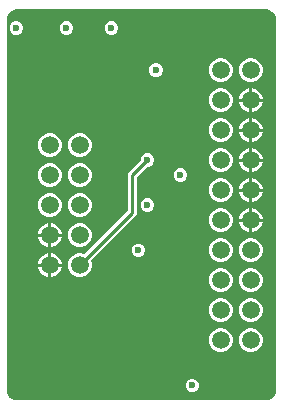
<source format=gbl>
G04*
G04 #@! TF.GenerationSoftware,Altium Limited,Altium Designer,23.0.1 (38)*
G04*
G04 Layer_Physical_Order=2*
G04 Layer_Color=16711680*
%FSLAX43Y43*%
%MOMM*%
G71*
G04*
G04 #@! TF.SameCoordinates,389A4634-ECA2-436D-B02D-3AC99B3800AC*
G04*
G04*
G04 #@! TF.FilePolarity,Positive*
G04*
G01*
G75*
%ADD11C,0.254*%
%ADD17C,1.500*%
%ADD18C,0.600*%
G36*
X48003Y58826D02*
X48160Y58761D01*
X48302Y58667D01*
X48422Y58547D01*
X48516Y58406D01*
X48581Y58249D01*
X48614Y58082D01*
Y57997D01*
Y26628D01*
Y26543D01*
X48581Y26376D01*
X48516Y26219D01*
X48422Y26078D01*
X48302Y25958D01*
X48160Y25864D01*
X48003Y25799D01*
X47837Y25765D01*
X26585D01*
X26419Y25799D01*
X26262Y25864D01*
X26120Y25958D01*
X26000Y26078D01*
X25906Y26219D01*
X25841Y26376D01*
X25808Y26543D01*
Y26628D01*
Y57997D01*
Y58082D01*
X25841Y58249D01*
X25906Y58406D01*
X26000Y58547D01*
X26120Y58667D01*
X26262Y58761D01*
X26418Y58826D01*
X26585Y58860D01*
X47837D01*
X48003Y58826D01*
D02*
G37*
%LPC*%
G36*
X34781Y57831D02*
X34561D01*
X34357Y57747D01*
X34201Y57591D01*
X34117Y57387D01*
Y57167D01*
X34201Y56963D01*
X34357Y56807D01*
X34561Y56723D01*
X34781D01*
X34985Y56807D01*
X35141Y56963D01*
X35225Y57167D01*
Y57387D01*
X35141Y57591D01*
X34985Y57747D01*
X34781Y57831D01*
D02*
G37*
G36*
X30971D02*
X30751D01*
X30547Y57747D01*
X30391Y57591D01*
X30307Y57387D01*
Y57167D01*
X30391Y56963D01*
X30547Y56807D01*
X30751Y56723D01*
X30971D01*
X31175Y56807D01*
X31331Y56963D01*
X31415Y57167D01*
Y57387D01*
X31331Y57591D01*
X31175Y57747D01*
X30971Y57831D01*
D02*
G37*
G36*
X26717D02*
X26496D01*
X26293Y57747D01*
X26137Y57591D01*
X26052Y57387D01*
Y57167D01*
X26137Y56963D01*
X26293Y56807D01*
X26496Y56723D01*
X26717D01*
X26920Y56807D01*
X27076Y56963D01*
X27160Y57167D01*
Y57387D01*
X27076Y57591D01*
X26920Y57747D01*
X26717Y57831D01*
D02*
G37*
G36*
X38552Y54275D02*
X38332D01*
X38128Y54191D01*
X37972Y54035D01*
X37888Y53832D01*
Y53611D01*
X37972Y53408D01*
X38128Y53252D01*
X38332Y53167D01*
X38552D01*
X38756Y53252D01*
X38912Y53408D01*
X38996Y53611D01*
Y53832D01*
X38912Y54035D01*
X38756Y54191D01*
X38552Y54275D01*
D02*
G37*
G36*
X46614Y54725D02*
X46350D01*
X46094Y54657D01*
X45865Y54525D01*
X45679Y54338D01*
X45546Y54109D01*
X45478Y53854D01*
Y53589D01*
X45546Y53334D01*
X45679Y53105D01*
X45865Y52918D01*
X46094Y52786D01*
X46350Y52717D01*
X46614D01*
X46869Y52786D01*
X47098Y52918D01*
X47285Y53105D01*
X47418Y53334D01*
X47486Y53589D01*
Y53854D01*
X47418Y54109D01*
X47285Y54338D01*
X47098Y54525D01*
X46869Y54657D01*
X46614Y54725D01*
D02*
G37*
G36*
X44074D02*
X43810D01*
X43554Y54657D01*
X43325Y54525D01*
X43139Y54338D01*
X43006Y54109D01*
X42938Y53854D01*
Y53589D01*
X43006Y53334D01*
X43139Y53105D01*
X43325Y52918D01*
X43554Y52786D01*
X43810Y52717D01*
X44074D01*
X44329Y52786D01*
X44558Y52918D01*
X44745Y53105D01*
X44878Y53334D01*
X44946Y53589D01*
Y53854D01*
X44878Y54109D01*
X44745Y54338D01*
X44558Y54525D01*
X44329Y54657D01*
X44074Y54725D01*
D02*
G37*
G36*
X46614Y52185D02*
X46609D01*
Y51308D01*
X47486D01*
Y51314D01*
X47418Y51569D01*
X47285Y51798D01*
X47098Y51985D01*
X46869Y52117D01*
X46614Y52185D01*
D02*
G37*
G36*
X46355D02*
X46350D01*
X46094Y52117D01*
X45865Y51985D01*
X45679Y51798D01*
X45546Y51569D01*
X45478Y51314D01*
Y51308D01*
X46355D01*
Y52185D01*
D02*
G37*
G36*
X47486Y51054D02*
X46609D01*
Y50177D01*
X46614D01*
X46869Y50246D01*
X47098Y50378D01*
X47285Y50565D01*
X47418Y50794D01*
X47486Y51049D01*
Y51054D01*
D02*
G37*
G36*
X46355D02*
X45478D01*
Y51049D01*
X45546Y50794D01*
X45679Y50565D01*
X45865Y50378D01*
X46094Y50246D01*
X46350Y50177D01*
X46355D01*
Y51054D01*
D02*
G37*
G36*
X44074Y52185D02*
X43810D01*
X43554Y52117D01*
X43325Y51985D01*
X43139Y51798D01*
X43006Y51569D01*
X42938Y51314D01*
Y51049D01*
X43006Y50794D01*
X43139Y50565D01*
X43325Y50378D01*
X43554Y50246D01*
X43810Y50177D01*
X44074D01*
X44329Y50246D01*
X44558Y50378D01*
X44745Y50565D01*
X44878Y50794D01*
X44946Y51049D01*
Y51314D01*
X44878Y51569D01*
X44745Y51798D01*
X44558Y51985D01*
X44329Y52117D01*
X44074Y52185D01*
D02*
G37*
G36*
X46614Y49645D02*
X46609D01*
Y48768D01*
X47486D01*
Y48774D01*
X47418Y49029D01*
X47285Y49258D01*
X47098Y49445D01*
X46869Y49577D01*
X46614Y49645D01*
D02*
G37*
G36*
X46355D02*
X46350D01*
X46094Y49577D01*
X45865Y49445D01*
X45679Y49258D01*
X45546Y49029D01*
X45478Y48774D01*
Y48768D01*
X46355D01*
Y49645D01*
D02*
G37*
G36*
X47486Y48514D02*
X46609D01*
Y47637D01*
X46614D01*
X46869Y47706D01*
X47098Y47838D01*
X47285Y48025D01*
X47418Y48254D01*
X47486Y48509D01*
Y48514D01*
D02*
G37*
G36*
X46355D02*
X45478D01*
Y48509D01*
X45546Y48254D01*
X45679Y48025D01*
X45865Y47838D01*
X46094Y47706D01*
X46350Y47637D01*
X46355D01*
Y48514D01*
D02*
G37*
G36*
X44074Y49645D02*
X43810D01*
X43554Y49577D01*
X43325Y49445D01*
X43139Y49258D01*
X43006Y49029D01*
X42938Y48774D01*
Y48509D01*
X43006Y48254D01*
X43139Y48025D01*
X43325Y47838D01*
X43554Y47706D01*
X43810Y47637D01*
X44074D01*
X44329Y47706D01*
X44558Y47838D01*
X44745Y48025D01*
X44878Y48254D01*
X44946Y48509D01*
Y48774D01*
X44878Y49029D01*
X44745Y49258D01*
X44558Y49445D01*
X44329Y49577D01*
X44074Y49645D01*
D02*
G37*
G36*
X32136Y48375D02*
X31872D01*
X31616Y48307D01*
X31388Y48174D01*
X31201Y47987D01*
X31068Y47759D01*
X31000Y47503D01*
Y47239D01*
X31068Y46983D01*
X31201Y46755D01*
X31388Y46568D01*
X31616Y46435D01*
X31872Y46367D01*
X32136D01*
X32392Y46435D01*
X32620Y46568D01*
X32807Y46755D01*
X32940Y46983D01*
X33008Y47239D01*
Y47503D01*
X32940Y47759D01*
X32807Y47987D01*
X32620Y48174D01*
X32392Y48307D01*
X32136Y48375D01*
D02*
G37*
G36*
X29596D02*
X29332D01*
X29076Y48307D01*
X28848Y48174D01*
X28661Y47987D01*
X28528Y47759D01*
X28460Y47503D01*
Y47239D01*
X28528Y46983D01*
X28661Y46755D01*
X28848Y46568D01*
X29076Y46435D01*
X29332Y46367D01*
X29596D01*
X29852Y46435D01*
X30080Y46568D01*
X30267Y46755D01*
X30400Y46983D01*
X30468Y47239D01*
Y47503D01*
X30400Y47759D01*
X30267Y47987D01*
X30080Y48174D01*
X29852Y48307D01*
X29596Y48375D01*
D02*
G37*
G36*
X46614Y47105D02*
X46609D01*
Y46228D01*
X47486D01*
Y46234D01*
X47418Y46489D01*
X47285Y46718D01*
X47098Y46905D01*
X46869Y47037D01*
X46614Y47105D01*
D02*
G37*
G36*
X46355D02*
X46350D01*
X46094Y47037D01*
X45865Y46905D01*
X45679Y46718D01*
X45546Y46489D01*
X45478Y46234D01*
Y46228D01*
X46355D01*
Y47105D01*
D02*
G37*
G36*
X47486Y45974D02*
X46609D01*
Y45097D01*
X46614D01*
X46869Y45166D01*
X47098Y45298D01*
X47285Y45485D01*
X47418Y45714D01*
X47486Y45969D01*
Y45974D01*
D02*
G37*
G36*
X46355D02*
X45478D01*
Y45969D01*
X45546Y45714D01*
X45679Y45485D01*
X45865Y45298D01*
X46094Y45166D01*
X46350Y45097D01*
X46355D01*
Y45974D01*
D02*
G37*
G36*
X44074Y47105D02*
X43810D01*
X43554Y47037D01*
X43325Y46905D01*
X43139Y46718D01*
X43006Y46489D01*
X42938Y46234D01*
Y45969D01*
X43006Y45714D01*
X43139Y45485D01*
X43325Y45298D01*
X43554Y45166D01*
X43810Y45097D01*
X44074D01*
X44329Y45166D01*
X44558Y45298D01*
X44745Y45485D01*
X44878Y45714D01*
X44946Y45969D01*
Y46234D01*
X44878Y46489D01*
X44745Y46718D01*
X44558Y46905D01*
X44329Y47037D01*
X44074Y47105D01*
D02*
G37*
G36*
X40617Y45385D02*
X40396D01*
X40193Y45301D01*
X40037Y45145D01*
X39952Y44941D01*
Y44721D01*
X40037Y44517D01*
X40193Y44361D01*
X40396Y44277D01*
X40617D01*
X40820Y44361D01*
X40976Y44517D01*
X41060Y44721D01*
Y44941D01*
X40976Y45145D01*
X40820Y45301D01*
X40617Y45385D01*
D02*
G37*
G36*
X32136Y45835D02*
X31872D01*
X31616Y45767D01*
X31388Y45634D01*
X31201Y45447D01*
X31068Y45219D01*
X31000Y44963D01*
Y44699D01*
X31068Y44443D01*
X31201Y44215D01*
X31388Y44028D01*
X31616Y43895D01*
X31872Y43827D01*
X32136D01*
X32392Y43895D01*
X32620Y44028D01*
X32807Y44215D01*
X32940Y44443D01*
X33008Y44699D01*
Y44963D01*
X32940Y45219D01*
X32807Y45447D01*
X32620Y45634D01*
X32392Y45767D01*
X32136Y45835D01*
D02*
G37*
G36*
X29596D02*
X29332D01*
X29076Y45767D01*
X28848Y45634D01*
X28661Y45447D01*
X28528Y45219D01*
X28460Y44963D01*
Y44699D01*
X28528Y44443D01*
X28661Y44215D01*
X28848Y44028D01*
X29076Y43895D01*
X29332Y43827D01*
X29596D01*
X29852Y43895D01*
X30080Y44028D01*
X30267Y44215D01*
X30400Y44443D01*
X30468Y44699D01*
Y44963D01*
X30400Y45219D01*
X30267Y45447D01*
X30080Y45634D01*
X29852Y45767D01*
X29596Y45835D01*
D02*
G37*
G36*
X46614Y44565D02*
X46609D01*
Y43688D01*
X47486D01*
Y43694D01*
X47418Y43949D01*
X47285Y44178D01*
X47098Y44365D01*
X46869Y44497D01*
X46614Y44565D01*
D02*
G37*
G36*
X46355D02*
X46350D01*
X46094Y44497D01*
X45865Y44365D01*
X45679Y44178D01*
X45546Y43949D01*
X45478Y43694D01*
Y43688D01*
X46355D01*
Y44565D01*
D02*
G37*
G36*
X47486Y43434D02*
X46609D01*
Y42557D01*
X46614D01*
X46869Y42626D01*
X47098Y42758D01*
X47285Y42945D01*
X47418Y43174D01*
X47486Y43429D01*
Y43434D01*
D02*
G37*
G36*
X46355D02*
X45478D01*
Y43429D01*
X45546Y43174D01*
X45679Y42945D01*
X45865Y42758D01*
X46094Y42626D01*
X46350Y42557D01*
X46355D01*
Y43434D01*
D02*
G37*
G36*
X44074Y44565D02*
X43810D01*
X43554Y44497D01*
X43325Y44365D01*
X43139Y44178D01*
X43006Y43949D01*
X42938Y43694D01*
Y43429D01*
X43006Y43174D01*
X43139Y42945D01*
X43325Y42758D01*
X43554Y42626D01*
X43810Y42557D01*
X44074D01*
X44329Y42626D01*
X44558Y42758D01*
X44745Y42945D01*
X44878Y43174D01*
X44946Y43429D01*
Y43694D01*
X44878Y43949D01*
X44745Y44178D01*
X44558Y44365D01*
X44329Y44497D01*
X44074Y44565D01*
D02*
G37*
G36*
X37827Y42845D02*
X37607D01*
X37403Y42761D01*
X37248Y42605D01*
X37163Y42401D01*
Y42181D01*
X37248Y41977D01*
X37403Y41821D01*
X37607Y41737D01*
X37827D01*
X38031Y41821D01*
X38187Y41977D01*
X38271Y42181D01*
Y42401D01*
X38187Y42605D01*
X38031Y42761D01*
X37827Y42845D01*
D02*
G37*
G36*
X32136Y43295D02*
X31872D01*
X31616Y43227D01*
X31388Y43094D01*
X31201Y42907D01*
X31068Y42679D01*
X31000Y42423D01*
Y42159D01*
X31068Y41903D01*
X31201Y41675D01*
X31388Y41488D01*
X31616Y41355D01*
X31872Y41287D01*
X32136D01*
X32392Y41355D01*
X32620Y41488D01*
X32807Y41675D01*
X32940Y41903D01*
X33008Y42159D01*
Y42423D01*
X32940Y42679D01*
X32807Y42907D01*
X32620Y43094D01*
X32392Y43227D01*
X32136Y43295D01*
D02*
G37*
G36*
X29596D02*
X29332D01*
X29076Y43227D01*
X28848Y43094D01*
X28661Y42907D01*
X28528Y42679D01*
X28460Y42423D01*
Y42159D01*
X28528Y41903D01*
X28661Y41675D01*
X28848Y41488D01*
X29076Y41355D01*
X29332Y41287D01*
X29596D01*
X29852Y41355D01*
X30080Y41488D01*
X30267Y41675D01*
X30400Y41903D01*
X30468Y42159D01*
Y42423D01*
X30400Y42679D01*
X30267Y42907D01*
X30080Y43094D01*
X29852Y43227D01*
X29596Y43295D01*
D02*
G37*
G36*
X46614Y42025D02*
X46609D01*
Y41148D01*
X47486D01*
Y41154D01*
X47418Y41409D01*
X47285Y41638D01*
X47098Y41825D01*
X46869Y41957D01*
X46614Y42025D01*
D02*
G37*
G36*
X46355D02*
X46350D01*
X46094Y41957D01*
X45865Y41825D01*
X45679Y41638D01*
X45546Y41409D01*
X45478Y41154D01*
Y41148D01*
X46355D01*
Y42025D01*
D02*
G37*
G36*
X47486Y40894D02*
X46609D01*
Y40017D01*
X46614D01*
X46869Y40086D01*
X47098Y40218D01*
X47285Y40405D01*
X47418Y40634D01*
X47486Y40889D01*
Y40894D01*
D02*
G37*
G36*
X46355D02*
X45478D01*
Y40889D01*
X45546Y40634D01*
X45679Y40405D01*
X45865Y40218D01*
X46094Y40086D01*
X46350Y40017D01*
X46355D01*
Y40894D01*
D02*
G37*
G36*
X44074Y42025D02*
X43810D01*
X43554Y41957D01*
X43325Y41825D01*
X43139Y41638D01*
X43006Y41409D01*
X42938Y41154D01*
Y40889D01*
X43006Y40634D01*
X43139Y40405D01*
X43325Y40218D01*
X43554Y40086D01*
X43810Y40017D01*
X44074D01*
X44329Y40086D01*
X44558Y40218D01*
X44745Y40405D01*
X44878Y40634D01*
X44946Y40889D01*
Y41154D01*
X44878Y41409D01*
X44745Y41638D01*
X44558Y41825D01*
X44329Y41957D01*
X44074Y42025D01*
D02*
G37*
G36*
X29596Y40755D02*
X29591D01*
Y39878D01*
X30468D01*
Y39883D01*
X30400Y40139D01*
X30267Y40367D01*
X30080Y40554D01*
X29852Y40687D01*
X29596Y40755D01*
D02*
G37*
G36*
X29337D02*
X29332D01*
X29076Y40687D01*
X28848Y40554D01*
X28661Y40367D01*
X28528Y40139D01*
X28460Y39883D01*
Y39878D01*
X29337D01*
Y40755D01*
D02*
G37*
G36*
X32136D02*
X31872D01*
X31616Y40687D01*
X31388Y40554D01*
X31201Y40367D01*
X31068Y40139D01*
X31000Y39883D01*
Y39619D01*
X31068Y39363D01*
X31201Y39135D01*
X31388Y38948D01*
X31616Y38815D01*
X31872Y38747D01*
X32136D01*
X32392Y38815D01*
X32620Y38948D01*
X32807Y39135D01*
X32940Y39363D01*
X33008Y39619D01*
Y39883D01*
X32940Y40139D01*
X32807Y40367D01*
X32620Y40554D01*
X32392Y40687D01*
X32136Y40755D01*
D02*
G37*
G36*
X30468Y39624D02*
X29591D01*
Y38747D01*
X29596D01*
X29852Y38815D01*
X30080Y38948D01*
X30267Y39135D01*
X30400Y39363D01*
X30468Y39619D01*
Y39624D01*
D02*
G37*
G36*
X29337D02*
X28460D01*
Y39619D01*
X28528Y39363D01*
X28661Y39135D01*
X28848Y38948D01*
X29076Y38815D01*
X29332Y38747D01*
X29337D01*
Y39624D01*
D02*
G37*
G36*
X37829Y46655D02*
X37609D01*
X37405Y46571D01*
X37249Y46415D01*
X37165Y46211D01*
Y46096D01*
X36174Y45106D01*
X36090Y44980D01*
X36061Y44831D01*
Y41817D01*
X32390Y38147D01*
X32136Y38215D01*
X31872D01*
X31616Y38147D01*
X31388Y38014D01*
X31201Y37827D01*
X31068Y37599D01*
X31000Y37343D01*
Y37079D01*
X31068Y36823D01*
X31201Y36595D01*
X31388Y36408D01*
X31616Y36275D01*
X31872Y36207D01*
X32136D01*
X32392Y36275D01*
X32620Y36408D01*
X32807Y36595D01*
X32940Y36823D01*
X33008Y37079D01*
Y37343D01*
X32940Y37597D01*
X36724Y41381D01*
X36808Y41507D01*
X36837Y41656D01*
Y44670D01*
X37714Y45547D01*
X37829D01*
X38033Y45631D01*
X38189Y45787D01*
X38273Y45991D01*
Y46211D01*
X38189Y46415D01*
X38033Y46571D01*
X37829Y46655D01*
D02*
G37*
G36*
X37067Y39027D02*
X36847D01*
X36643Y38943D01*
X36487Y38787D01*
X36403Y38583D01*
Y38363D01*
X36487Y38159D01*
X36643Y38003D01*
X36847Y37919D01*
X37067D01*
X37271Y38003D01*
X37427Y38159D01*
X37511Y38363D01*
Y38583D01*
X37427Y38787D01*
X37271Y38943D01*
X37067Y39027D01*
D02*
G37*
G36*
X46614Y39485D02*
X46350D01*
X46094Y39417D01*
X45865Y39285D01*
X45679Y39098D01*
X45546Y38869D01*
X45478Y38614D01*
Y38349D01*
X45546Y38094D01*
X45679Y37865D01*
X45865Y37678D01*
X46094Y37546D01*
X46350Y37477D01*
X46614D01*
X46869Y37546D01*
X47098Y37678D01*
X47285Y37865D01*
X47418Y38094D01*
X47486Y38349D01*
Y38614D01*
X47418Y38869D01*
X47285Y39098D01*
X47098Y39285D01*
X46869Y39417D01*
X46614Y39485D01*
D02*
G37*
G36*
X44074D02*
X43810D01*
X43554Y39417D01*
X43325Y39285D01*
X43139Y39098D01*
X43006Y38869D01*
X42938Y38614D01*
Y38349D01*
X43006Y38094D01*
X43139Y37865D01*
X43325Y37678D01*
X43554Y37546D01*
X43810Y37477D01*
X44074D01*
X44329Y37546D01*
X44558Y37678D01*
X44745Y37865D01*
X44878Y38094D01*
X44946Y38349D01*
Y38614D01*
X44878Y38869D01*
X44745Y39098D01*
X44558Y39285D01*
X44329Y39417D01*
X44074Y39485D01*
D02*
G37*
G36*
X29596Y38215D02*
X29591D01*
Y37338D01*
X30468D01*
Y37343D01*
X30400Y37599D01*
X30267Y37827D01*
X30080Y38014D01*
X29852Y38147D01*
X29596Y38215D01*
D02*
G37*
G36*
X29337D02*
X29332D01*
X29076Y38147D01*
X28848Y38014D01*
X28661Y37827D01*
X28528Y37599D01*
X28460Y37343D01*
Y37338D01*
X29337D01*
Y38215D01*
D02*
G37*
G36*
X30468Y37084D02*
X29591D01*
Y36207D01*
X29596D01*
X29852Y36275D01*
X30080Y36408D01*
X30267Y36595D01*
X30400Y36823D01*
X30468Y37079D01*
Y37084D01*
D02*
G37*
G36*
X29337D02*
X28460D01*
Y37079D01*
X28528Y36823D01*
X28661Y36595D01*
X28848Y36408D01*
X29076Y36275D01*
X29332Y36207D01*
X29337D01*
Y37084D01*
D02*
G37*
G36*
X46614Y36945D02*
X46350D01*
X46094Y36877D01*
X45865Y36745D01*
X45679Y36558D01*
X45546Y36329D01*
X45478Y36074D01*
Y35809D01*
X45546Y35554D01*
X45679Y35325D01*
X45865Y35138D01*
X46094Y35006D01*
X46350Y34937D01*
X46614D01*
X46869Y35006D01*
X47098Y35138D01*
X47285Y35325D01*
X47418Y35554D01*
X47486Y35809D01*
Y36074D01*
X47418Y36329D01*
X47285Y36558D01*
X47098Y36745D01*
X46869Y36877D01*
X46614Y36945D01*
D02*
G37*
G36*
X44074D02*
X43810D01*
X43554Y36877D01*
X43325Y36745D01*
X43139Y36558D01*
X43006Y36329D01*
X42938Y36074D01*
Y35809D01*
X43006Y35554D01*
X43139Y35325D01*
X43325Y35138D01*
X43554Y35006D01*
X43810Y34937D01*
X44074D01*
X44329Y35006D01*
X44558Y35138D01*
X44745Y35325D01*
X44878Y35554D01*
X44946Y35809D01*
Y36074D01*
X44878Y36329D01*
X44745Y36558D01*
X44558Y36745D01*
X44329Y36877D01*
X44074Y36945D01*
D02*
G37*
G36*
X46614Y34405D02*
X46350D01*
X46094Y34337D01*
X45865Y34205D01*
X45679Y34018D01*
X45546Y33789D01*
X45478Y33534D01*
Y33269D01*
X45546Y33014D01*
X45679Y32785D01*
X45865Y32598D01*
X46094Y32466D01*
X46350Y32397D01*
X46614D01*
X46869Y32466D01*
X47098Y32598D01*
X47285Y32785D01*
X47418Y33014D01*
X47486Y33269D01*
Y33534D01*
X47418Y33789D01*
X47285Y34018D01*
X47098Y34205D01*
X46869Y34337D01*
X46614Y34405D01*
D02*
G37*
G36*
X44074D02*
X43810D01*
X43554Y34337D01*
X43325Y34205D01*
X43139Y34018D01*
X43006Y33789D01*
X42938Y33534D01*
Y33269D01*
X43006Y33014D01*
X43139Y32785D01*
X43325Y32598D01*
X43554Y32466D01*
X43810Y32397D01*
X44074D01*
X44329Y32466D01*
X44558Y32598D01*
X44745Y32785D01*
X44878Y33014D01*
X44946Y33269D01*
Y33534D01*
X44878Y33789D01*
X44745Y34018D01*
X44558Y34205D01*
X44329Y34337D01*
X44074Y34405D01*
D02*
G37*
G36*
X46614Y31865D02*
X46350D01*
X46094Y31797D01*
X45865Y31665D01*
X45679Y31478D01*
X45546Y31249D01*
X45478Y30994D01*
Y30729D01*
X45546Y30474D01*
X45679Y30245D01*
X45865Y30058D01*
X46094Y29926D01*
X46350Y29857D01*
X46614D01*
X46869Y29926D01*
X47098Y30058D01*
X47285Y30245D01*
X47418Y30474D01*
X47486Y30729D01*
Y30994D01*
X47418Y31249D01*
X47285Y31478D01*
X47098Y31665D01*
X46869Y31797D01*
X46614Y31865D01*
D02*
G37*
G36*
X44074D02*
X43810D01*
X43554Y31797D01*
X43325Y31665D01*
X43139Y31478D01*
X43006Y31249D01*
X42938Y30994D01*
Y30729D01*
X43006Y30474D01*
X43139Y30245D01*
X43325Y30058D01*
X43554Y29926D01*
X43810Y29857D01*
X44074D01*
X44329Y29926D01*
X44558Y30058D01*
X44745Y30245D01*
X44878Y30474D01*
X44946Y30729D01*
Y30994D01*
X44878Y31249D01*
X44745Y31478D01*
X44558Y31665D01*
X44329Y31797D01*
X44074Y31865D01*
D02*
G37*
G36*
X41612Y27578D02*
X41391D01*
X41188Y27493D01*
X41032Y27337D01*
X40948Y27134D01*
Y26913D01*
X41032Y26710D01*
X41188Y26554D01*
X41391Y26470D01*
X41612D01*
X41815Y26554D01*
X41971Y26710D01*
X42056Y26913D01*
Y27134D01*
X41971Y27337D01*
X41815Y27493D01*
X41612Y27578D01*
D02*
G37*
%LPD*%
D11*
X32004Y37211D02*
X36449Y41656D01*
Y44831D02*
X37719Y46101D01*
X36449Y41656D02*
Y44831D01*
D17*
X32004Y37211D02*
D03*
X29464D02*
D03*
X32004Y39751D02*
D03*
X29464D02*
D03*
X32004Y42291D02*
D03*
X29464D02*
D03*
X32004Y44831D02*
D03*
X29464D02*
D03*
X32004Y47371D02*
D03*
X29464D02*
D03*
X46482Y35941D02*
D03*
Y53721D02*
D03*
X43942D02*
D03*
X46482Y51181D02*
D03*
X43942D02*
D03*
X46482Y48641D02*
D03*
X43942D02*
D03*
X46482Y46101D02*
D03*
X43942D02*
D03*
X46482Y43561D02*
D03*
X43942D02*
D03*
X46482Y41021D02*
D03*
X43942D02*
D03*
X46482Y38481D02*
D03*
X43942D02*
D03*
Y35941D02*
D03*
X46482Y33401D02*
D03*
X43942D02*
D03*
X46482Y30861D02*
D03*
X43942D02*
D03*
D18*
X26607Y57277D02*
D03*
X30861D02*
D03*
X34671D02*
D03*
X46000Y56000D02*
D03*
Y28000D02*
D03*
X44000Y56000D02*
D03*
X45000Y50000D02*
D03*
Y30000D02*
D03*
X44000Y28000D02*
D03*
X42000Y56000D02*
D03*
Y52000D02*
D03*
X43000Y50000D02*
D03*
X42000Y48000D02*
D03*
Y44000D02*
D03*
Y40000D02*
D03*
Y36000D02*
D03*
Y32000D02*
D03*
X40000Y56000D02*
D03*
Y52000D02*
D03*
X41000Y50000D02*
D03*
X40000Y48000D02*
D03*
Y40000D02*
D03*
Y36000D02*
D03*
X41000Y34000D02*
D03*
X40000Y32000D02*
D03*
X41000Y30000D02*
D03*
X40000Y28000D02*
D03*
X38000Y56000D02*
D03*
Y52000D02*
D03*
X39000Y50000D02*
D03*
X38000Y48000D02*
D03*
Y44000D02*
D03*
Y40000D02*
D03*
Y36000D02*
D03*
X39000Y34000D02*
D03*
X38000Y32000D02*
D03*
X39000Y30000D02*
D03*
X38000Y28000D02*
D03*
X36000Y56000D02*
D03*
X37000Y54000D02*
D03*
Y50000D02*
D03*
X36000Y48000D02*
D03*
Y40000D02*
D03*
Y36000D02*
D03*
X37000Y34000D02*
D03*
X36000Y32000D02*
D03*
X37000Y30000D02*
D03*
X36000Y28000D02*
D03*
X34000Y52000D02*
D03*
Y48000D02*
D03*
X35000Y46000D02*
D03*
X34000Y44000D02*
D03*
Y36000D02*
D03*
X35000Y34000D02*
D03*
X34000Y32000D02*
D03*
X35000Y30000D02*
D03*
X34000Y28000D02*
D03*
X32000Y56000D02*
D03*
X33000Y54000D02*
D03*
Y50000D02*
D03*
Y46000D02*
D03*
Y34000D02*
D03*
X32000Y32000D02*
D03*
X33000Y30000D02*
D03*
X32000Y28000D02*
D03*
X30000Y56000D02*
D03*
X31000Y46000D02*
D03*
X30000Y36000D02*
D03*
X31000Y34000D02*
D03*
X30000Y32000D02*
D03*
X31000Y30000D02*
D03*
X30000Y28000D02*
D03*
X28000Y56000D02*
D03*
X29000Y54000D02*
D03*
X28000Y52000D02*
D03*
X29000Y50000D02*
D03*
X28000Y40000D02*
D03*
Y36000D02*
D03*
X29000Y34000D02*
D03*
X28000Y32000D02*
D03*
X29000Y30000D02*
D03*
X28000Y28000D02*
D03*
X38381Y57250D02*
D03*
X36957Y38473D02*
D03*
X37717Y42291D02*
D03*
X40506Y44831D02*
D03*
X38442Y53721D02*
D03*
X41502Y27024D02*
D03*
X37719Y46101D02*
D03*
M02*

</source>
